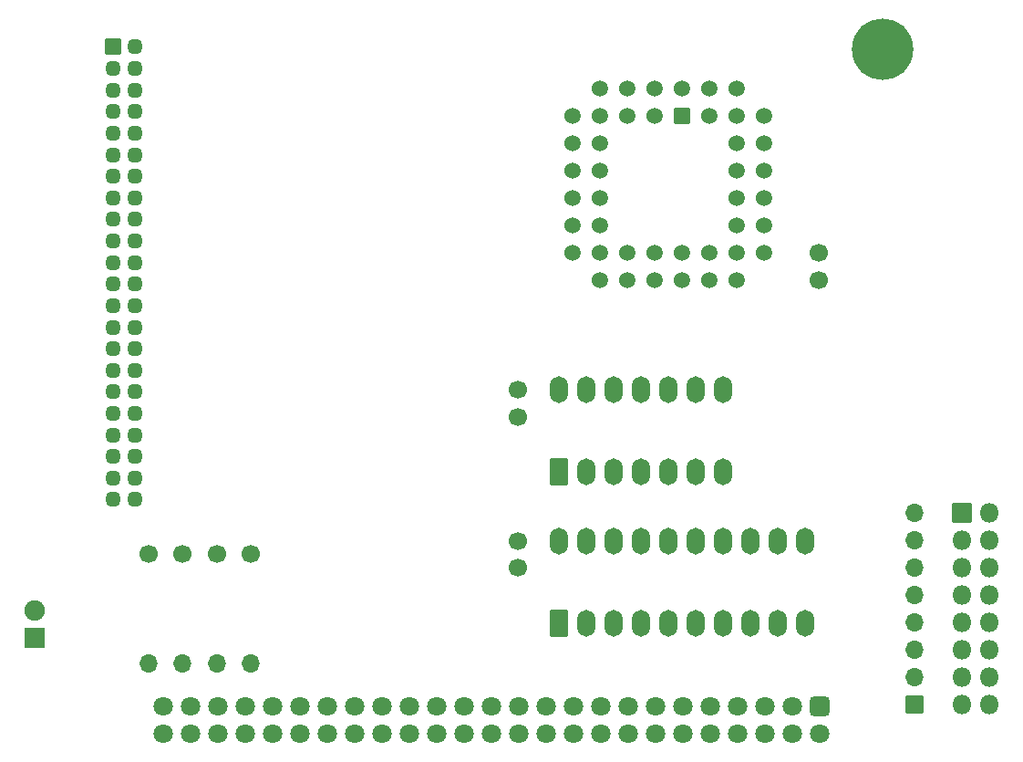
<source format=gbr>
%TF.GenerationSoftware,KiCad,Pcbnew,6.0.5+dfsg-1~bpo11+1*%
%TF.CreationDate,2022-07-07T00:02:15+02:00*%
%TF.ProjectId,z50_ppide,7a35305f-7070-4696-9465-2e6b69636164,rev?*%
%TF.SameCoordinates,Original*%
%TF.FileFunction,Soldermask,Top*%
%TF.FilePolarity,Negative*%
%FSLAX46Y46*%
G04 Gerber Fmt 4.6, Leading zero omitted, Abs format (unit mm)*
G04 Created by KiCad (PCBNEW 6.0.5+dfsg-1~bpo11+1) date 2022-07-07 00:02:15*
%MOMM*%
%LPD*%
G01*
G04 APERTURE LIST*
G04 Aperture macros list*
%AMRoundRect*
0 Rectangle with rounded corners*
0 $1 Rounding radius*
0 $2 $3 $4 $5 $6 $7 $8 $9 X,Y pos of 4 corners*
0 Add a 4 corners polygon primitive as box body*
4,1,4,$2,$3,$4,$5,$6,$7,$8,$9,$2,$3,0*
0 Add four circle primitives for the rounded corners*
1,1,$1+$1,$2,$3*
1,1,$1+$1,$4,$5*
1,1,$1+$1,$6,$7*
1,1,$1+$1,$8,$9*
0 Add four rect primitives between the rounded corners*
20,1,$1+$1,$2,$3,$4,$5,0*
20,1,$1+$1,$4,$5,$6,$7,0*
20,1,$1+$1,$6,$7,$8,$9,0*
20,1,$1+$1,$8,$9,$2,$3,0*%
G04 Aperture macros list end*
%ADD10C,1.700000*%
%ADD11O,1.700000X1.700000*%
%ADD12RoundRect,0.050000X-0.850000X-0.850000X0.850000X-0.850000X0.850000X0.850000X-0.850000X0.850000X0*%
%ADD13O,1.800000X1.800000*%
%ADD14RoundRect,0.050000X0.800000X-1.200000X0.800000X1.200000X-0.800000X1.200000X-0.800000X-1.200000X0*%
%ADD15O,1.700000X2.500000*%
%ADD16RoundRect,0.050000X-0.675000X-0.675000X0.675000X-0.675000X0.675000X0.675000X-0.675000X0.675000X0*%
%ADD17O,1.450000X1.450000*%
%ADD18RoundRect,0.050000X0.900000X-0.900000X0.900000X0.900000X-0.900000X0.900000X-0.900000X-0.900000X0*%
%ADD19C,1.900000*%
%ADD20RoundRect,0.050000X-0.711200X-0.711200X0.711200X-0.711200X0.711200X0.711200X-0.711200X0.711200X0*%
%ADD21C,1.522400*%
%ADD22RoundRect,0.300000X-0.600000X0.600000X-0.600000X-0.600000X0.600000X-0.600000X0.600000X0.600000X0*%
%ADD23C,1.800000*%
%ADD24RoundRect,0.050000X0.800000X-0.800000X0.800000X0.800000X-0.800000X0.800000X-0.800000X-0.800000X0*%
%ADD25C,3.700000*%
%ADD26C,5.700000*%
G04 APERTURE END LIST*
D10*
%TO.C,R104*%
X127715000Y-104510000D03*
D11*
X127715000Y-114670000D03*
%TD*%
D10*
%TO.C,C103*%
X152480000Y-89270000D03*
X152480000Y-91770000D03*
%TD*%
%TO.C,C102*%
X152480000Y-103280000D03*
X152480000Y-105780000D03*
%TD*%
%TO.C,C101*%
X180420000Y-76570000D03*
X180420000Y-79070000D03*
%TD*%
D12*
%TO.C,J102*%
X193755000Y-100700000D03*
D13*
X196295000Y-100700000D03*
X193755000Y-103240000D03*
X196295000Y-103240000D03*
X193755000Y-105780000D03*
X196295000Y-105780000D03*
X193755000Y-108320000D03*
X196295000Y-108320000D03*
X193755000Y-110860000D03*
X196295000Y-110860000D03*
X193755000Y-113400000D03*
X196295000Y-113400000D03*
X193755000Y-115940000D03*
X196295000Y-115940000D03*
X193755000Y-118480000D03*
X196295000Y-118480000D03*
%TD*%
D14*
%TO.C,U101*%
X156295000Y-110875000D03*
D15*
X158835000Y-110875000D03*
X161375000Y-110875000D03*
X163915000Y-110875000D03*
X166455000Y-110875000D03*
X168995000Y-110875000D03*
X171535000Y-110875000D03*
X174075000Y-110875000D03*
X176615000Y-110875000D03*
X179155000Y-110875000D03*
X179155000Y-103255000D03*
X176615000Y-103255000D03*
X174075000Y-103255000D03*
X171535000Y-103255000D03*
X168995000Y-103255000D03*
X166455000Y-103255000D03*
X163915000Y-103255000D03*
X161375000Y-103255000D03*
X158835000Y-103255000D03*
X156295000Y-103255000D03*
%TD*%
D16*
%TO.C,J103*%
X114920000Y-57430000D03*
D17*
X116920000Y-57430000D03*
X114920000Y-59430000D03*
X116920000Y-59430000D03*
X114920000Y-61430000D03*
X116920000Y-61430000D03*
X114920000Y-63430000D03*
X116920000Y-63430000D03*
X114920000Y-65430000D03*
X116920000Y-65430000D03*
X114920000Y-67430000D03*
X116920000Y-67430000D03*
X114920000Y-69430000D03*
X116920000Y-69430000D03*
X114920000Y-71430000D03*
X116920000Y-71430000D03*
X114920000Y-73430000D03*
X116920000Y-73430000D03*
X114920000Y-75430000D03*
X116920000Y-75430000D03*
X114920000Y-77430000D03*
X116920000Y-77430000D03*
X114920000Y-79430000D03*
X116920000Y-79430000D03*
X114920000Y-81430000D03*
X116920000Y-81430000D03*
X114920000Y-83430000D03*
X116920000Y-83430000D03*
X114920000Y-85430000D03*
X116920000Y-85430000D03*
X114920000Y-87430000D03*
X116920000Y-87430000D03*
X114920000Y-89430000D03*
X116920000Y-89430000D03*
X114920000Y-91430000D03*
X116920000Y-91430000D03*
X114920000Y-93430000D03*
X116920000Y-93430000D03*
X114920000Y-95430000D03*
X116920000Y-95430000D03*
X114920000Y-97430000D03*
X116920000Y-97430000D03*
X114920000Y-99430000D03*
X116920000Y-99430000D03*
%TD*%
D18*
%TO.C,D101*%
X107620000Y-112230000D03*
D19*
X107620000Y-109690000D03*
%TD*%
D10*
%TO.C,R103*%
X124540000Y-104510000D03*
D11*
X124540000Y-114670000D03*
%TD*%
D14*
%TO.C,U102*%
X156290000Y-96890000D03*
D15*
X158830000Y-96890000D03*
X161370000Y-96890000D03*
X163910000Y-96890000D03*
X166450000Y-96890000D03*
X168990000Y-96890000D03*
X171530000Y-96890000D03*
X171530000Y-89270000D03*
X168990000Y-89270000D03*
X166450000Y-89270000D03*
X163910000Y-89270000D03*
X161370000Y-89270000D03*
X158830000Y-89270000D03*
X156290000Y-89270000D03*
%TD*%
D20*
%TO.C,U103*%
X167720000Y-63870000D03*
D21*
X165180000Y-61330000D03*
X165180000Y-63870000D03*
X162640000Y-61330000D03*
X162640000Y-63870000D03*
X160100000Y-61330000D03*
X157560000Y-63870000D03*
X160100000Y-63870000D03*
X157560000Y-66410000D03*
X160100000Y-66410000D03*
X157560000Y-68950000D03*
X160100000Y-68950000D03*
X157560000Y-71490000D03*
X160100000Y-71490000D03*
X157560000Y-74030000D03*
X160100000Y-74030000D03*
X157560000Y-76570000D03*
X160100000Y-79110000D03*
X160100000Y-76570000D03*
X162640000Y-79110000D03*
X162640000Y-76570000D03*
X165180000Y-79110000D03*
X165180000Y-76570000D03*
X167720000Y-79110000D03*
X167720000Y-76570000D03*
X170260000Y-79110000D03*
X170260000Y-76570000D03*
X172800000Y-79110000D03*
X175340000Y-76570000D03*
X172800000Y-76570000D03*
X175340000Y-74030000D03*
X172800000Y-74030000D03*
X175340000Y-71490000D03*
X172800000Y-71490000D03*
X175340000Y-68950000D03*
X172800000Y-68950000D03*
X175340000Y-66410000D03*
X172800000Y-66410000D03*
X175340000Y-63870000D03*
X172800000Y-61330000D03*
X172800000Y-63870000D03*
X170260000Y-61330000D03*
X170260000Y-63870000D03*
X167720000Y-61330000D03*
%TD*%
D22*
%TO.C,J101*%
X180480000Y-118650000D03*
D23*
X180480000Y-121190000D03*
X177940000Y-118650000D03*
X177940000Y-121190000D03*
X175400000Y-118650000D03*
X175400000Y-121190000D03*
X172860000Y-118650000D03*
X172860000Y-121190000D03*
X170320000Y-118650000D03*
X170320000Y-121190000D03*
X167780000Y-118650000D03*
X167780000Y-121190000D03*
X165240000Y-118650000D03*
X165240000Y-121190000D03*
X162700000Y-118650000D03*
X162700000Y-121190000D03*
X160160000Y-118650000D03*
X160160000Y-121190000D03*
X157620000Y-118650000D03*
X157620000Y-121190000D03*
X155080000Y-118650000D03*
X155080000Y-121190000D03*
X152540000Y-118650000D03*
X152540000Y-121190000D03*
X150000000Y-118650000D03*
X150000000Y-121190000D03*
X147460000Y-118650000D03*
X147460000Y-121190000D03*
X144920000Y-118650000D03*
X144920000Y-121190000D03*
X142380000Y-118650000D03*
X142380000Y-121190000D03*
X139840000Y-118650000D03*
X139840000Y-121190000D03*
X137300000Y-118650000D03*
X137300000Y-121190000D03*
X134760000Y-118650000D03*
X134760000Y-121190000D03*
X132220000Y-118650000D03*
X132220000Y-121190000D03*
X129680000Y-118650000D03*
X129680000Y-121190000D03*
X127140000Y-118650000D03*
X127140000Y-121190000D03*
X124600000Y-118650000D03*
X124600000Y-121190000D03*
X122060000Y-118650000D03*
X122060000Y-121190000D03*
X119520000Y-118650000D03*
X119520000Y-121190000D03*
%TD*%
D24*
%TO.C,RN101*%
X189310000Y-118480000D03*
D11*
X189310000Y-115940000D03*
X189310000Y-113400000D03*
X189310000Y-110860000D03*
X189310000Y-108320000D03*
X189310000Y-105780000D03*
X189310000Y-103240000D03*
X189310000Y-100700000D03*
%TD*%
D10*
%TO.C,R101*%
X118190000Y-104510000D03*
D11*
X118190000Y-114670000D03*
%TD*%
D25*
%TO.C,H101*%
X186360000Y-57620000D03*
D26*
X186360000Y-57620000D03*
%TD*%
D10*
%TO.C,R102*%
X121365000Y-104510000D03*
D11*
X121365000Y-114670000D03*
%TD*%
M02*

</source>
